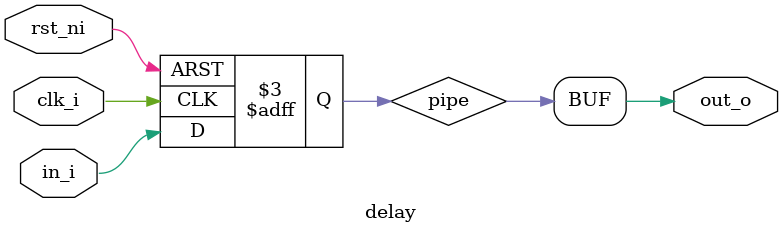
<source format=sv>

`default_nettype none

module delay #(
    parameter DELAY_CYCLES=1
)(
    input  logic clk_i,   // clock
    input  logic rst_ni,  // reset, negative
    input  logic in_i,    // input
    output logic out_o    // delayed output
);

    logic [DELAY_CYCLES-1:0] pipe;

    always_ff @(posedge clk_i, negedge rst_ni) begin
        if (!rst_ni) begin
            pipe <= '0;
        end else begin
        
            if (DELAY_CYCLES == 1) begin
                pipe <= in_i;
            end else begin
                pipe <= {pipe[DELAY_CYCLES-2:0], in_i};
            end
        end
    end
    
    assign out_o = pipe[DELAY_CYCLES-1];

endmodule

</source>
